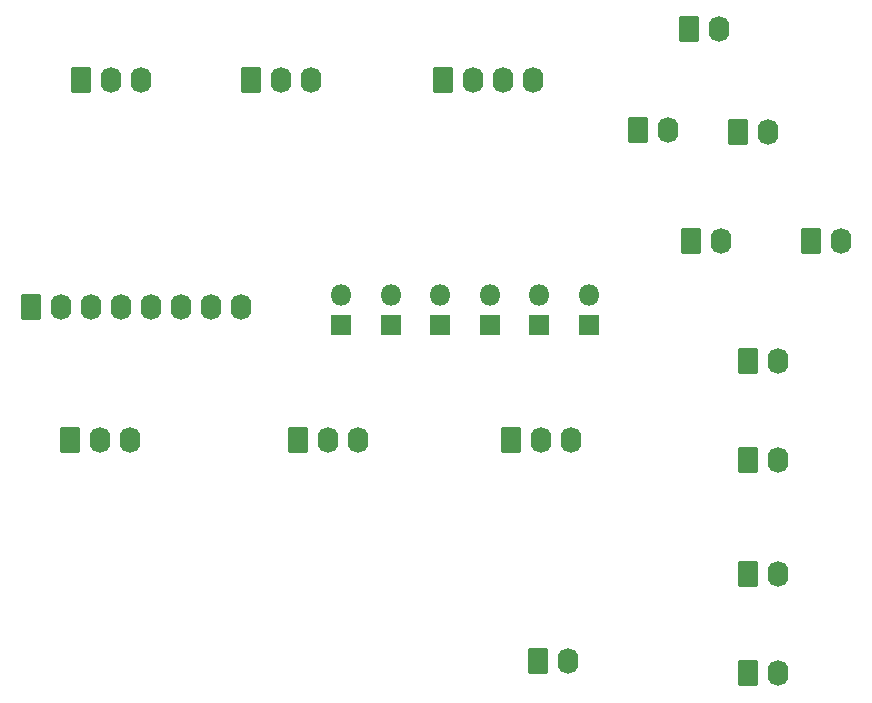
<source format=gbr>
%TF.GenerationSoftware,KiCad,Pcbnew,7.0.9*%
%TF.CreationDate,2023-12-03T16:20:27+10:00*%
%TF.ProjectId,LANDING GEAR,4c414e44-494e-4472-9047-4541522e6b69,rev?*%
%TF.SameCoordinates,Original*%
%TF.FileFunction,Soldermask,Bot*%
%TF.FilePolarity,Negative*%
%FSLAX46Y46*%
G04 Gerber Fmt 4.6, Leading zero omitted, Abs format (unit mm)*
G04 Created by KiCad (PCBNEW 7.0.9) date 2023-12-03 16:20:27*
%MOMM*%
%LPD*%
G01*
G04 APERTURE LIST*
G04 Aperture macros list*
%AMRoundRect*
0 Rectangle with rounded corners*
0 $1 Rounding radius*
0 $2 $3 $4 $5 $6 $7 $8 $9 X,Y pos of 4 corners*
0 Add a 4 corners polygon primitive as box body*
4,1,4,$2,$3,$4,$5,$6,$7,$8,$9,$2,$3,0*
0 Add four circle primitives for the rounded corners*
1,1,$1+$1,$2,$3*
1,1,$1+$1,$4,$5*
1,1,$1+$1,$6,$7*
1,1,$1+$1,$8,$9*
0 Add four rect primitives between the rounded corners*
20,1,$1+$1,$2,$3,$4,$5,0*
20,1,$1+$1,$4,$5,$6,$7,0*
20,1,$1+$1,$6,$7,$8,$9,0*
20,1,$1+$1,$8,$9,$2,$3,0*%
G04 Aperture macros list end*
%ADD10RoundRect,0.250000X-0.620000X-0.845000X0.620000X-0.845000X0.620000X0.845000X-0.620000X0.845000X0*%
%ADD11O,1.740000X2.190000*%
%ADD12R,1.800000X1.800000*%
%ADD13O,1.800000X1.800000*%
G04 APERTURE END LIST*
D10*
%TO.C,J8*%
X149352000Y-70612000D03*
D11*
X151892000Y-70612000D03*
%TD*%
D10*
%TO.C,J7*%
X139192000Y-70612000D03*
D11*
X141732000Y-70612000D03*
%TD*%
D10*
%TO.C,J6*%
X144018000Y-98826000D03*
D11*
X146558000Y-98826000D03*
%TD*%
D10*
%TO.C,J5*%
X83312000Y-76200000D03*
D11*
X85852000Y-76200000D03*
X88392000Y-76200000D03*
X90932000Y-76200000D03*
X93472000Y-76200000D03*
X96012000Y-76200000D03*
X98552000Y-76200000D03*
X101092000Y-76200000D03*
%TD*%
D10*
%TO.C,J4*%
X118190000Y-56990000D03*
D11*
X120730000Y-56990000D03*
X123270000Y-56990000D03*
X125810000Y-56990000D03*
%TD*%
D10*
%TO.C,J3*%
X144018000Y-80792000D03*
D11*
X146558000Y-80792000D03*
%TD*%
D10*
%TO.C,J2*%
X126238000Y-106192000D03*
D11*
X128778000Y-106192000D03*
%TD*%
D10*
%TO.C,J1*%
X144018000Y-107208000D03*
D11*
X146558000Y-107208000D03*
%TD*%
D12*
%TO.C,D7*%
X130556000Y-77724000D03*
D13*
X130556000Y-75184000D03*
%TD*%
D12*
%TO.C,D6*%
X126360400Y-77724000D03*
D13*
X126360400Y-75184000D03*
%TD*%
D12*
%TO.C,D5*%
X122164800Y-77724000D03*
D13*
X122164800Y-75184000D03*
%TD*%
D12*
%TO.C,D4*%
X117969200Y-77724000D03*
D13*
X117969200Y-75184000D03*
%TD*%
D12*
%TO.C,D2*%
X113773600Y-77724000D03*
D13*
X113773600Y-75184000D03*
%TD*%
D12*
%TO.C,D1*%
X109578000Y-77724000D03*
D13*
X109578000Y-75184000D03*
%TD*%
D10*
%TO.C,SW5*%
X123952000Y-87430000D03*
D11*
X126492000Y-87430000D03*
X129032000Y-87430000D03*
%TD*%
D10*
%TO.C,SW4*%
X86614000Y-87430000D03*
D11*
X89154000Y-87430000D03*
X91694000Y-87430000D03*
%TD*%
D10*
%TO.C,SW3*%
X87500000Y-56990000D03*
D11*
X90040000Y-56990000D03*
X92580000Y-56990000D03*
%TD*%
D10*
%TO.C,SW2*%
X105918000Y-87430000D03*
D11*
X108458000Y-87430000D03*
X110998000Y-87430000D03*
%TD*%
D10*
%TO.C,SW1*%
X101930000Y-56990000D03*
D11*
X104470000Y-56990000D03*
X107010000Y-56990000D03*
%TD*%
D10*
%TO.C,LA1*%
X144018000Y-89174000D03*
D11*
X146558000Y-89174000D03*
%TD*%
D10*
%TO.C,D10*%
X143130000Y-61350000D03*
D11*
X145670000Y-61350000D03*
%TD*%
D10*
%TO.C,D9*%
X134720000Y-61220000D03*
D11*
X137260000Y-61220000D03*
%TD*%
D10*
%TO.C,D8*%
X138990000Y-52660000D03*
D11*
X141530000Y-52660000D03*
%TD*%
M02*

</source>
